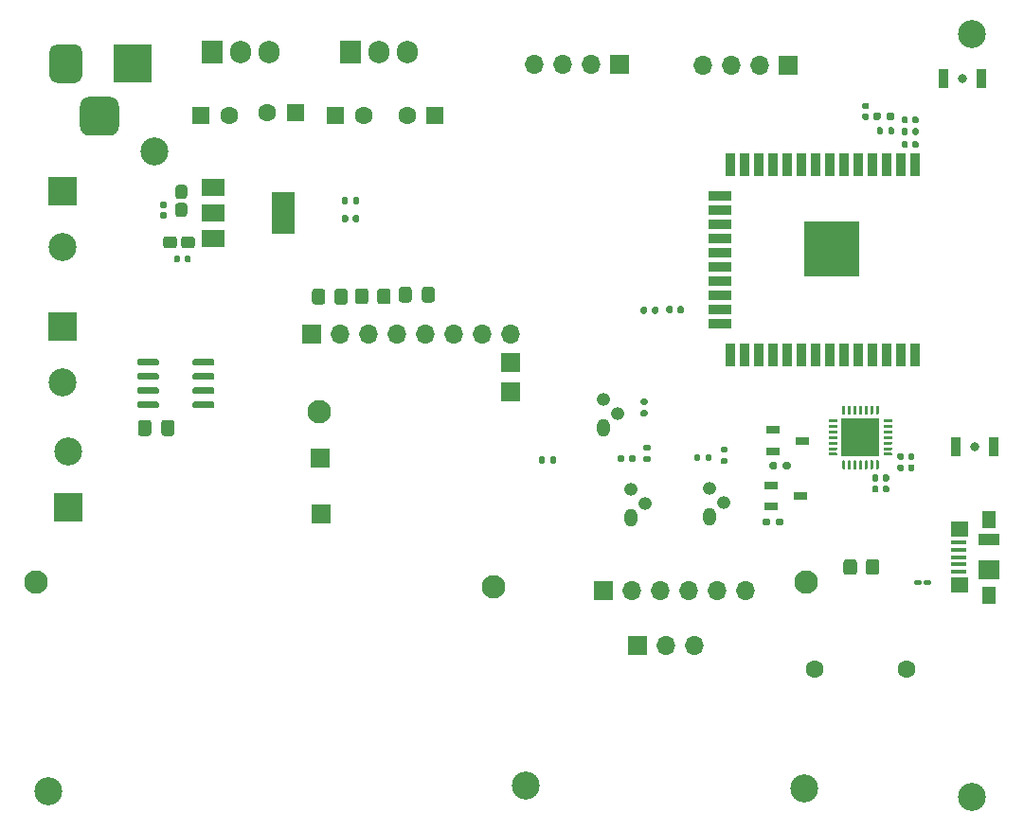
<source format=gbr>
%TF.GenerationSoftware,KiCad,Pcbnew,(5.1.8)-1*%
%TF.CreationDate,2021-07-02T09:49:45+03:00*%
%TF.ProjectId,Automation 101_Agriboard,4175746f-6d61-4746-996f-6e203130315f,rev?*%
%TF.SameCoordinates,Original*%
%TF.FileFunction,Soldermask,Top*%
%TF.FilePolarity,Negative*%
%FSLAX46Y46*%
G04 Gerber Fmt 4.6, Leading zero omitted, Abs format (unit mm)*
G04 Created by KiCad (PCBNEW (5.1.8)-1) date 2021-07-02 09:49:45*
%MOMM*%
%LPD*%
G01*
G04 APERTURE LIST*
%ADD10C,2.100000*%
%ADD11R,1.600000X1.600000*%
%ADD12C,1.600000*%
%ADD13C,2.500000*%
%ADD14R,1.380000X0.450000*%
%ADD15R,1.550000X1.425000*%
%ADD16R,1.300000X1.650000*%
%ADD17R,1.900000X1.800000*%
%ADD18R,1.900000X1.000000*%
%ADD19R,2.500000X2.500000*%
%ADD20R,3.500000X3.500000*%
%ADD21R,1.700000X1.700000*%
%ADD22O,1.700000X1.700000*%
%ADD23R,1.220000X0.650000*%
%ADD24O,1.200000X1.600000*%
%ADD25O,1.200000X1.200000*%
%ADD26R,0.900000X1.700000*%
%ADD27C,0.800000*%
%ADD28O,1.905000X2.000000*%
%ADD29R,1.905000X2.000000*%
%ADD30R,3.350000X3.350000*%
%ADD31R,5.000000X5.000000*%
%ADD32R,0.900000X2.000000*%
%ADD33R,2.000000X0.900000*%
%ADD34R,2.000000X3.800000*%
%ADD35R,2.000000X1.500000*%
G04 APERTURE END LIST*
D10*
%TO.C,REF\u002A\u002A*%
X59100000Y-82890000D03*
%TD*%
%TO.C,REF\u002A\u002A*%
X127890000Y-82910000D03*
%TD*%
%TO.C,REF\u002A\u002A*%
X84370000Y-67650000D03*
%TD*%
%TO.C,REF\u002A\u002A*%
X99980000Y-83330000D03*
%TD*%
%TO.C,C2*%
G36*
G01*
X133070000Y-40030000D02*
X133410000Y-40030000D01*
G75*
G02*
X133550000Y-40170000I0J-140000D01*
G01*
X133550000Y-40450000D01*
G75*
G02*
X133410000Y-40590000I-140000J0D01*
G01*
X133070000Y-40590000D01*
G75*
G02*
X132930000Y-40450000I0J140000D01*
G01*
X132930000Y-40170000D01*
G75*
G02*
X133070000Y-40030000I140000J0D01*
G01*
G37*
G36*
G01*
X133070000Y-40990000D02*
X133410000Y-40990000D01*
G75*
G02*
X133550000Y-41130000I0J-140000D01*
G01*
X133550000Y-41410000D01*
G75*
G02*
X133410000Y-41550000I-140000J0D01*
G01*
X133070000Y-41550000D01*
G75*
G02*
X132930000Y-41410000I0J140000D01*
G01*
X132930000Y-41130000D01*
G75*
G02*
X133070000Y-40990000I140000J0D01*
G01*
G37*
%TD*%
%TO.C,C3*%
G36*
G01*
X137410000Y-43920000D02*
X137410000Y-43580000D01*
G75*
G02*
X137550000Y-43440000I140000J0D01*
G01*
X137830000Y-43440000D01*
G75*
G02*
X137970000Y-43580000I0J-140000D01*
G01*
X137970000Y-43920000D01*
G75*
G02*
X137830000Y-44060000I-140000J0D01*
G01*
X137550000Y-44060000D01*
G75*
G02*
X137410000Y-43920000I0J140000D01*
G01*
G37*
G36*
G01*
X136450000Y-43920000D02*
X136450000Y-43580000D01*
G75*
G02*
X136590000Y-43440000I140000J0D01*
G01*
X136870000Y-43440000D01*
G75*
G02*
X137010000Y-43580000I0J-140000D01*
G01*
X137010000Y-43920000D01*
G75*
G02*
X136870000Y-44060000I-140000J0D01*
G01*
X136590000Y-44060000D01*
G75*
G02*
X136450000Y-43920000I0J140000D01*
G01*
G37*
%TD*%
%TO.C,C4*%
G36*
G01*
X136450000Y-42760000D02*
X136450000Y-42420000D01*
G75*
G02*
X136590000Y-42280000I140000J0D01*
G01*
X136870000Y-42280000D01*
G75*
G02*
X137010000Y-42420000I0J-140000D01*
G01*
X137010000Y-42760000D01*
G75*
G02*
X136870000Y-42900000I-140000J0D01*
G01*
X136590000Y-42900000D01*
G75*
G02*
X136450000Y-42760000I0J140000D01*
G01*
G37*
G36*
G01*
X137410000Y-42760000D02*
X137410000Y-42420000D01*
G75*
G02*
X137550000Y-42280000I140000J0D01*
G01*
X137830000Y-42280000D01*
G75*
G02*
X137970000Y-42420000I0J-140000D01*
G01*
X137970000Y-42760000D01*
G75*
G02*
X137830000Y-42900000I-140000J0D01*
G01*
X137550000Y-42900000D01*
G75*
G02*
X137410000Y-42760000I0J140000D01*
G01*
G37*
%TD*%
%TO.C,C5*%
G36*
G01*
X134780000Y-73750000D02*
X134780000Y-73410000D01*
G75*
G02*
X134920000Y-73270000I140000J0D01*
G01*
X135200000Y-73270000D01*
G75*
G02*
X135340000Y-73410000I0J-140000D01*
G01*
X135340000Y-73750000D01*
G75*
G02*
X135200000Y-73890000I-140000J0D01*
G01*
X134920000Y-73890000D01*
G75*
G02*
X134780000Y-73750000I0J140000D01*
G01*
G37*
G36*
G01*
X133820000Y-73750000D02*
X133820000Y-73410000D01*
G75*
G02*
X133960000Y-73270000I140000J0D01*
G01*
X134240000Y-73270000D01*
G75*
G02*
X134380000Y-73410000I0J-140000D01*
G01*
X134380000Y-73750000D01*
G75*
G02*
X134240000Y-73890000I-140000J0D01*
G01*
X133960000Y-73890000D01*
G75*
G02*
X133820000Y-73750000I0J140000D01*
G01*
G37*
%TD*%
%TO.C,C6*%
G36*
G01*
X134780000Y-74750000D02*
X134780000Y-74410000D01*
G75*
G02*
X134920000Y-74270000I140000J0D01*
G01*
X135200000Y-74270000D01*
G75*
G02*
X135340000Y-74410000I0J-140000D01*
G01*
X135340000Y-74750000D01*
G75*
G02*
X135200000Y-74890000I-140000J0D01*
G01*
X134920000Y-74890000D01*
G75*
G02*
X134780000Y-74750000I0J140000D01*
G01*
G37*
G36*
G01*
X133820000Y-74750000D02*
X133820000Y-74410000D01*
G75*
G02*
X133960000Y-74270000I140000J0D01*
G01*
X134240000Y-74270000D01*
G75*
G02*
X134380000Y-74410000I0J-140000D01*
G01*
X134380000Y-74750000D01*
G75*
G02*
X134240000Y-74890000I-140000J0D01*
G01*
X133960000Y-74890000D01*
G75*
G02*
X133820000Y-74750000I0J140000D01*
G01*
G37*
%TD*%
D11*
%TO.C,C7*%
X73860000Y-41120000D03*
D12*
X76360000Y-41120000D03*
%TD*%
%TO.C,C8*%
G36*
G01*
X137040000Y-72840000D02*
X137040000Y-72500000D01*
G75*
G02*
X137180000Y-72360000I140000J0D01*
G01*
X137460000Y-72360000D01*
G75*
G02*
X137600000Y-72500000I0J-140000D01*
G01*
X137600000Y-72840000D01*
G75*
G02*
X137460000Y-72980000I-140000J0D01*
G01*
X137180000Y-72980000D01*
G75*
G02*
X137040000Y-72840000I0J140000D01*
G01*
G37*
G36*
G01*
X136080000Y-72840000D02*
X136080000Y-72500000D01*
G75*
G02*
X136220000Y-72360000I140000J0D01*
G01*
X136500000Y-72360000D01*
G75*
G02*
X136640000Y-72500000I0J-140000D01*
G01*
X136640000Y-72840000D01*
G75*
G02*
X136500000Y-72980000I-140000J0D01*
G01*
X136220000Y-72980000D01*
G75*
G02*
X136080000Y-72840000I0J140000D01*
G01*
G37*
%TD*%
%TO.C,C9*%
G36*
G01*
X71695000Y-52224999D02*
X71695000Y-52775001D01*
G75*
G02*
X71445001Y-53025000I-249999J0D01*
G01*
X70694999Y-53025000D01*
G75*
G02*
X70445000Y-52775001I0J249999D01*
G01*
X70445000Y-52224999D01*
G75*
G02*
X70694999Y-51975000I249999J0D01*
G01*
X71445001Y-51975000D01*
G75*
G02*
X71695000Y-52224999I0J-249999D01*
G01*
G37*
G36*
G01*
X73295000Y-52224999D02*
X73295000Y-52775001D01*
G75*
G02*
X73045001Y-53025000I-249999J0D01*
G01*
X72294999Y-53025000D01*
G75*
G02*
X72045000Y-52775001I0J249999D01*
G01*
X72045000Y-52224999D01*
G75*
G02*
X72294999Y-51975000I249999J0D01*
G01*
X73045001Y-51975000D01*
G75*
G02*
X73295000Y-52224999I0J-249999D01*
G01*
G37*
%TD*%
%TO.C,C10*%
G36*
G01*
X136080000Y-71830000D02*
X136080000Y-71490000D01*
G75*
G02*
X136220000Y-71350000I140000J0D01*
G01*
X136500000Y-71350000D01*
G75*
G02*
X136640000Y-71490000I0J-140000D01*
G01*
X136640000Y-71830000D01*
G75*
G02*
X136500000Y-71970000I-140000J0D01*
G01*
X136220000Y-71970000D01*
G75*
G02*
X136080000Y-71830000I0J140000D01*
G01*
G37*
G36*
G01*
X137040000Y-71830000D02*
X137040000Y-71490000D01*
G75*
G02*
X137180000Y-71350000I140000J0D01*
G01*
X137460000Y-71350000D01*
G75*
G02*
X137600000Y-71490000I0J-140000D01*
G01*
X137600000Y-71830000D01*
G75*
G02*
X137460000Y-71970000I-140000J0D01*
G01*
X137180000Y-71970000D01*
G75*
G02*
X137040000Y-71830000I0J140000D01*
G01*
G37*
%TD*%
%TO.C,C11*%
G36*
G01*
X136460000Y-41730000D02*
X136460000Y-41390000D01*
G75*
G02*
X136600000Y-41250000I140000J0D01*
G01*
X136880000Y-41250000D01*
G75*
G02*
X137020000Y-41390000I0J-140000D01*
G01*
X137020000Y-41730000D01*
G75*
G02*
X136880000Y-41870000I-140000J0D01*
G01*
X136600000Y-41870000D01*
G75*
G02*
X136460000Y-41730000I0J140000D01*
G01*
G37*
G36*
G01*
X137420000Y-41730000D02*
X137420000Y-41390000D01*
G75*
G02*
X137560000Y-41250000I140000J0D01*
G01*
X137840000Y-41250000D01*
G75*
G02*
X137980000Y-41390000I0J-140000D01*
G01*
X137980000Y-41730000D01*
G75*
G02*
X137840000Y-41870000I-140000J0D01*
G01*
X137560000Y-41870000D01*
G75*
G02*
X137420000Y-41730000I0J140000D01*
G01*
G37*
%TD*%
%TO.C,C12*%
G36*
G01*
X72930000Y-53830000D02*
X72930000Y-54170000D01*
G75*
G02*
X72790000Y-54310000I-140000J0D01*
G01*
X72510000Y-54310000D01*
G75*
G02*
X72370000Y-54170000I0J140000D01*
G01*
X72370000Y-53830000D01*
G75*
G02*
X72510000Y-53690000I140000J0D01*
G01*
X72790000Y-53690000D01*
G75*
G02*
X72930000Y-53830000I0J-140000D01*
G01*
G37*
G36*
G01*
X71970000Y-53830000D02*
X71970000Y-54170000D01*
G75*
G02*
X71830000Y-54310000I-140000J0D01*
G01*
X71550000Y-54310000D01*
G75*
G02*
X71410000Y-54170000I0J140000D01*
G01*
X71410000Y-53830000D01*
G75*
G02*
X71550000Y-53690000I140000J0D01*
G01*
X71830000Y-53690000D01*
G75*
G02*
X71970000Y-53830000I0J-140000D01*
G01*
G37*
%TD*%
%TO.C,C13*%
X79760000Y-40920000D03*
D11*
X82260000Y-40920000D03*
%TD*%
%TO.C,C14*%
G36*
G01*
X72345001Y-50225000D02*
X71794999Y-50225000D01*
G75*
G02*
X71545000Y-49975001I0J249999D01*
G01*
X71545000Y-49224999D01*
G75*
G02*
X71794999Y-48975000I249999J0D01*
G01*
X72345001Y-48975000D01*
G75*
G02*
X72595000Y-49224999I0J-249999D01*
G01*
X72595000Y-49975001D01*
G75*
G02*
X72345001Y-50225000I-249999J0D01*
G01*
G37*
G36*
G01*
X72345001Y-48625000D02*
X71794999Y-48625000D01*
G75*
G02*
X71545000Y-48375001I0J249999D01*
G01*
X71545000Y-47624999D01*
G75*
G02*
X71794999Y-47375000I249999J0D01*
G01*
X72345001Y-47375000D01*
G75*
G02*
X72595000Y-47624999I0J-249999D01*
G01*
X72595000Y-48375001D01*
G75*
G02*
X72345001Y-48625000I-249999J0D01*
G01*
G37*
%TD*%
%TO.C,C15*%
G36*
G01*
X70640000Y-49420000D02*
X70300000Y-49420000D01*
G75*
G02*
X70160000Y-49280000I0J140000D01*
G01*
X70160000Y-49000000D01*
G75*
G02*
X70300000Y-48860000I140000J0D01*
G01*
X70640000Y-48860000D01*
G75*
G02*
X70780000Y-49000000I0J-140000D01*
G01*
X70780000Y-49280000D01*
G75*
G02*
X70640000Y-49420000I-140000J0D01*
G01*
G37*
G36*
G01*
X70640000Y-50380000D02*
X70300000Y-50380000D01*
G75*
G02*
X70160000Y-50240000I0J140000D01*
G01*
X70160000Y-49960000D01*
G75*
G02*
X70300000Y-49820000I140000J0D01*
G01*
X70640000Y-49820000D01*
G75*
G02*
X70780000Y-49960000I0J-140000D01*
G01*
X70780000Y-50240000D01*
G75*
G02*
X70640000Y-50380000I-140000J0D01*
G01*
G37*
%TD*%
%TO.C,C16*%
X85860000Y-41120000D03*
D12*
X88360000Y-41120000D03*
%TD*%
%TO.C,C17*%
X92260000Y-41120000D03*
D11*
X94760000Y-41120000D03*
%TD*%
%TO.C,D1*%
G36*
G01*
X87010000Y-50217500D02*
X87010000Y-50562500D01*
G75*
G02*
X86862500Y-50710000I-147500J0D01*
G01*
X86567500Y-50710000D01*
G75*
G02*
X86420000Y-50562500I0J147500D01*
G01*
X86420000Y-50217500D01*
G75*
G02*
X86567500Y-50070000I147500J0D01*
G01*
X86862500Y-50070000D01*
G75*
G02*
X87010000Y-50217500I0J-147500D01*
G01*
G37*
G36*
G01*
X87980000Y-50217500D02*
X87980000Y-50562500D01*
G75*
G02*
X87832500Y-50710000I-147500J0D01*
G01*
X87537500Y-50710000D01*
G75*
G02*
X87390000Y-50562500I0J147500D01*
G01*
X87390000Y-50217500D01*
G75*
G02*
X87537500Y-50070000I147500J0D01*
G01*
X87832500Y-50070000D01*
G75*
G02*
X87980000Y-50217500I0J-147500D01*
G01*
G37*
%TD*%
%TO.C,D2*%
G36*
G01*
X115430000Y-58702500D02*
X115430000Y-58357500D01*
G75*
G02*
X115577500Y-58210000I147500J0D01*
G01*
X115872500Y-58210000D01*
G75*
G02*
X116020000Y-58357500I0J-147500D01*
G01*
X116020000Y-58702500D01*
G75*
G02*
X115872500Y-58850000I-147500J0D01*
G01*
X115577500Y-58850000D01*
G75*
G02*
X115430000Y-58702500I0J147500D01*
G01*
G37*
G36*
G01*
X116400000Y-58702500D02*
X116400000Y-58357500D01*
G75*
G02*
X116547500Y-58210000I147500J0D01*
G01*
X116842500Y-58210000D01*
G75*
G02*
X116990000Y-58357500I0J-147500D01*
G01*
X116990000Y-58702500D01*
G75*
G02*
X116842500Y-58850000I-147500J0D01*
G01*
X116547500Y-58850000D01*
G75*
G02*
X116400000Y-58702500I0J147500D01*
G01*
G37*
%TD*%
%TO.C,D3*%
G36*
G01*
X137615000Y-83020000D02*
X137615000Y-82820000D01*
G75*
G02*
X137715000Y-82720000I100000J0D01*
G01*
X138150000Y-82720000D01*
G75*
G02*
X138250000Y-82820000I0J-100000D01*
G01*
X138250000Y-83020000D01*
G75*
G02*
X138150000Y-83120000I-100000J0D01*
G01*
X137715000Y-83120000D01*
G75*
G02*
X137615000Y-83020000I0J100000D01*
G01*
G37*
G36*
G01*
X138430000Y-83020000D02*
X138430000Y-82820000D01*
G75*
G02*
X138530000Y-82720000I100000J0D01*
G01*
X138965000Y-82720000D01*
G75*
G02*
X139065000Y-82820000I0J-100000D01*
G01*
X139065000Y-83020000D01*
G75*
G02*
X138965000Y-83120000I-100000J0D01*
G01*
X138530000Y-83120000D01*
G75*
G02*
X138430000Y-83020000I0J100000D01*
G01*
G37*
%TD*%
%TO.C,D4*%
G36*
G01*
X94725000Y-56739999D02*
X94725000Y-57640001D01*
G75*
G02*
X94475001Y-57890000I-249999J0D01*
G01*
X93824999Y-57890000D01*
G75*
G02*
X93575000Y-57640001I0J249999D01*
G01*
X93575000Y-56739999D01*
G75*
G02*
X93824999Y-56490000I249999J0D01*
G01*
X94475001Y-56490000D01*
G75*
G02*
X94725000Y-56739999I0J-249999D01*
G01*
G37*
G36*
G01*
X92675000Y-56739999D02*
X92675000Y-57640001D01*
G75*
G02*
X92425001Y-57890000I-249999J0D01*
G01*
X91774999Y-57890000D01*
G75*
G02*
X91525000Y-57640001I0J249999D01*
G01*
X91525000Y-56739999D01*
G75*
G02*
X91774999Y-56490000I249999J0D01*
G01*
X92425001Y-56490000D01*
G75*
G02*
X92675000Y-56739999I0J-249999D01*
G01*
G37*
%TD*%
D13*
%TO.C,H1*%
X127740000Y-101320000D03*
%TD*%
%TO.C,H2*%
X102840000Y-101110000D03*
%TD*%
%TO.C,H5*%
X69710000Y-44370000D03*
%TD*%
%TO.C,H6*%
X142700000Y-33860000D03*
%TD*%
%TO.C,H7*%
X60180000Y-101580000D03*
%TD*%
%TO.C,H8*%
X142770000Y-102140000D03*
%TD*%
D14*
%TO.C,J1*%
X141590000Y-81970000D03*
X141590000Y-81320000D03*
X141590000Y-80670000D03*
X141590000Y-80020000D03*
X141590000Y-79370000D03*
D15*
X141675000Y-83157500D03*
X141675000Y-78182500D03*
D16*
X144250000Y-84045000D03*
X144250000Y-77295000D03*
D17*
X144250000Y-81820000D03*
D18*
X144250000Y-79120000D03*
%TD*%
D13*
%TO.C,J2*%
X61470000Y-52900000D03*
D19*
X61470000Y-47900000D03*
%TD*%
D20*
%TO.C,J3*%
X67760000Y-36520000D03*
G36*
G01*
X60260000Y-37520000D02*
X60260000Y-35520000D01*
G75*
G02*
X61010000Y-34770000I750000J0D01*
G01*
X62510000Y-34770000D01*
G75*
G02*
X63260000Y-35520000I0J-750000D01*
G01*
X63260000Y-37520000D01*
G75*
G02*
X62510000Y-38270000I-750000J0D01*
G01*
X61010000Y-38270000D01*
G75*
G02*
X60260000Y-37520000I0J750000D01*
G01*
G37*
G36*
G01*
X63010000Y-42095000D02*
X63010000Y-40345000D01*
G75*
G02*
X63885000Y-39470000I875000J0D01*
G01*
X65635000Y-39470000D01*
G75*
G02*
X66510000Y-40345000I0J-875000D01*
G01*
X66510000Y-42095000D01*
G75*
G02*
X65635000Y-42970000I-875000J0D01*
G01*
X63885000Y-42970000D01*
G75*
G02*
X63010000Y-42095000I0J875000D01*
G01*
G37*
%TD*%
D21*
%TO.C,J4*%
X126300000Y-36650000D03*
D22*
X123760000Y-36650000D03*
X121220000Y-36650000D03*
X118680000Y-36650000D03*
%TD*%
D19*
%TO.C,J5*%
X61970000Y-76200000D03*
D13*
X61970000Y-71200000D03*
%TD*%
D22*
%TO.C,J6*%
X103620000Y-36610000D03*
X106160000Y-36610000D03*
X108700000Y-36610000D03*
D21*
X111240000Y-36610000D03*
%TD*%
%TO.C,J7*%
X112830000Y-88560000D03*
D22*
X115370000Y-88560000D03*
X117910000Y-88560000D03*
%TD*%
D21*
%TO.C,J8*%
X109810000Y-83690000D03*
D22*
X112350000Y-83690000D03*
X114890000Y-83690000D03*
X117430000Y-83690000D03*
X119970000Y-83690000D03*
X122510000Y-83690000D03*
%TD*%
D21*
%TO.C,J9*%
X83760000Y-60740000D03*
D22*
X86300000Y-60740000D03*
X88840000Y-60740000D03*
X91380000Y-60740000D03*
X93920000Y-60740000D03*
X96460000Y-60740000D03*
X99000000Y-60740000D03*
X101540000Y-60740000D03*
%TD*%
D21*
%TO.C,J10*%
X84580000Y-76810000D03*
%TD*%
%TO.C,J11*%
X84500000Y-71790000D03*
%TD*%
%TO.C,J12*%
X101500000Y-65860000D03*
%TD*%
%TO.C,J13*%
X101500000Y-63260000D03*
%TD*%
D19*
%TO.C,J14*%
X61470000Y-60000000D03*
D13*
X61470000Y-65000000D03*
%TD*%
D23*
%TO.C,Q1*%
X127560000Y-70250000D03*
X124940000Y-71200000D03*
X124940000Y-69300000D03*
%TD*%
%TO.C,Q2*%
X124810000Y-74250000D03*
X124810000Y-76150000D03*
X127430000Y-75200000D03*
%TD*%
D24*
%TO.C,Q3*%
X119290000Y-77060000D03*
D25*
X120560000Y-75790000D03*
X119290000Y-74520000D03*
%TD*%
D24*
%TO.C,Q4*%
X112290000Y-77100000D03*
D25*
X113560000Y-75830000D03*
X112290000Y-74560000D03*
%TD*%
%TO.C,Q5*%
X109820000Y-66510000D03*
X111090000Y-67780000D03*
D24*
X109820000Y-69050000D03*
%TD*%
%TO.C,R1*%
G36*
G01*
X133907500Y-41390000D02*
X133907500Y-41070000D01*
G75*
G02*
X134067500Y-40910000I160000J0D01*
G01*
X134462500Y-40910000D01*
G75*
G02*
X134622500Y-41070000I0J-160000D01*
G01*
X134622500Y-41390000D01*
G75*
G02*
X134462500Y-41550000I-160000J0D01*
G01*
X134067500Y-41550000D01*
G75*
G02*
X133907500Y-41390000I0J160000D01*
G01*
G37*
G36*
G01*
X135102500Y-41390000D02*
X135102500Y-41070000D01*
G75*
G02*
X135262500Y-40910000I160000J0D01*
G01*
X135657500Y-40910000D01*
G75*
G02*
X135817500Y-41070000I0J-160000D01*
G01*
X135817500Y-41390000D01*
G75*
G02*
X135657500Y-41550000I-160000J0D01*
G01*
X135262500Y-41550000D01*
G75*
G02*
X135102500Y-41390000I0J160000D01*
G01*
G37*
%TD*%
%TO.C,R2*%
G36*
G01*
X135800000Y-42345000D02*
X135800000Y-42715000D01*
G75*
G02*
X135665000Y-42850000I-135000J0D01*
G01*
X135395000Y-42850000D01*
G75*
G02*
X135260000Y-42715000I0J135000D01*
G01*
X135260000Y-42345000D01*
G75*
G02*
X135395000Y-42210000I135000J0D01*
G01*
X135665000Y-42210000D01*
G75*
G02*
X135800000Y-42345000I0J-135000D01*
G01*
G37*
G36*
G01*
X134780000Y-42345000D02*
X134780000Y-42715000D01*
G75*
G02*
X134645000Y-42850000I-135000J0D01*
G01*
X134375000Y-42850000D01*
G75*
G02*
X134240000Y-42715000I0J135000D01*
G01*
X134240000Y-42345000D01*
G75*
G02*
X134375000Y-42210000I135000J0D01*
G01*
X134645000Y-42210000D01*
G75*
G02*
X134780000Y-42345000I0J-135000D01*
G01*
G37*
%TD*%
%TO.C,R3*%
G36*
G01*
X87430000Y-48975000D02*
X87430000Y-48605000D01*
G75*
G02*
X87565000Y-48470000I135000J0D01*
G01*
X87835000Y-48470000D01*
G75*
G02*
X87970000Y-48605000I0J-135000D01*
G01*
X87970000Y-48975000D01*
G75*
G02*
X87835000Y-49110000I-135000J0D01*
G01*
X87565000Y-49110000D01*
G75*
G02*
X87430000Y-48975000I0J135000D01*
G01*
G37*
G36*
G01*
X86410000Y-48975000D02*
X86410000Y-48605000D01*
G75*
G02*
X86545000Y-48470000I135000J0D01*
G01*
X86815000Y-48470000D01*
G75*
G02*
X86950000Y-48605000I0J-135000D01*
G01*
X86950000Y-48975000D01*
G75*
G02*
X86815000Y-49110000I-135000J0D01*
G01*
X86545000Y-49110000D01*
G75*
G02*
X86410000Y-48975000I0J135000D01*
G01*
G37*
%TD*%
%TO.C,R4*%
G36*
G01*
X114160000Y-58765000D02*
X114160000Y-58395000D01*
G75*
G02*
X114295000Y-58260000I135000J0D01*
G01*
X114565000Y-58260000D01*
G75*
G02*
X114700000Y-58395000I0J-135000D01*
G01*
X114700000Y-58765000D01*
G75*
G02*
X114565000Y-58900000I-135000J0D01*
G01*
X114295000Y-58900000D01*
G75*
G02*
X114160000Y-58765000I0J135000D01*
G01*
G37*
G36*
G01*
X113140000Y-58765000D02*
X113140000Y-58395000D01*
G75*
G02*
X113275000Y-58260000I135000J0D01*
G01*
X113545000Y-58260000D01*
G75*
G02*
X113680000Y-58395000I0J-135000D01*
G01*
X113680000Y-58765000D01*
G75*
G02*
X113545000Y-58900000I-135000J0D01*
G01*
X113275000Y-58900000D01*
G75*
G02*
X113140000Y-58765000I0J135000D01*
G01*
G37*
%TD*%
%TO.C,R5*%
G36*
G01*
X125817500Y-72640000D02*
X125817500Y-72320000D01*
G75*
G02*
X125977500Y-72160000I160000J0D01*
G01*
X126372500Y-72160000D01*
G75*
G02*
X126532500Y-72320000I0J-160000D01*
G01*
X126532500Y-72640000D01*
G75*
G02*
X126372500Y-72800000I-160000J0D01*
G01*
X125977500Y-72800000D01*
G75*
G02*
X125817500Y-72640000I0J160000D01*
G01*
G37*
G36*
G01*
X124622500Y-72640000D02*
X124622500Y-72320000D01*
G75*
G02*
X124782500Y-72160000I160000J0D01*
G01*
X125177500Y-72160000D01*
G75*
G02*
X125337500Y-72320000I0J-160000D01*
G01*
X125337500Y-72640000D01*
G75*
G02*
X125177500Y-72800000I-160000J0D01*
G01*
X124782500Y-72800000D01*
G75*
G02*
X124622500Y-72640000I0J160000D01*
G01*
G37*
%TD*%
%TO.C,R6*%
G36*
G01*
X125897500Y-77350000D02*
X125897500Y-77670000D01*
G75*
G02*
X125737500Y-77830000I-160000J0D01*
G01*
X125342500Y-77830000D01*
G75*
G02*
X125182500Y-77670000I0J160000D01*
G01*
X125182500Y-77350000D01*
G75*
G02*
X125342500Y-77190000I160000J0D01*
G01*
X125737500Y-77190000D01*
G75*
G02*
X125897500Y-77350000I0J-160000D01*
G01*
G37*
G36*
G01*
X124702500Y-77350000D02*
X124702500Y-77670000D01*
G75*
G02*
X124542500Y-77830000I-160000J0D01*
G01*
X124147500Y-77830000D01*
G75*
G02*
X123987500Y-77670000I0J160000D01*
G01*
X123987500Y-77350000D01*
G75*
G02*
X124147500Y-77190000I160000J0D01*
G01*
X124542500Y-77190000D01*
G75*
G02*
X124702500Y-77350000I0J-160000D01*
G01*
G37*
%TD*%
%TO.C,R7*%
G36*
G01*
X120775000Y-71310000D02*
X120405000Y-71310000D01*
G75*
G02*
X120270000Y-71175000I0J135000D01*
G01*
X120270000Y-70905000D01*
G75*
G02*
X120405000Y-70770000I135000J0D01*
G01*
X120775000Y-70770000D01*
G75*
G02*
X120910000Y-70905000I0J-135000D01*
G01*
X120910000Y-71175000D01*
G75*
G02*
X120775000Y-71310000I-135000J0D01*
G01*
G37*
G36*
G01*
X120775000Y-72330000D02*
X120405000Y-72330000D01*
G75*
G02*
X120270000Y-72195000I0J135000D01*
G01*
X120270000Y-71925000D01*
G75*
G02*
X120405000Y-71790000I135000J0D01*
G01*
X120775000Y-71790000D01*
G75*
G02*
X120910000Y-71925000I0J-135000D01*
G01*
X120910000Y-72195000D01*
G75*
G02*
X120775000Y-72330000I-135000J0D01*
G01*
G37*
%TD*%
%TO.C,R8*%
G36*
G01*
X117920000Y-71945000D02*
X117920000Y-71575000D01*
G75*
G02*
X118055000Y-71440000I135000J0D01*
G01*
X118325000Y-71440000D01*
G75*
G02*
X118460000Y-71575000I0J-135000D01*
G01*
X118460000Y-71945000D01*
G75*
G02*
X118325000Y-72080000I-135000J0D01*
G01*
X118055000Y-72080000D01*
G75*
G02*
X117920000Y-71945000I0J135000D01*
G01*
G37*
G36*
G01*
X118940000Y-71945000D02*
X118940000Y-71575000D01*
G75*
G02*
X119075000Y-71440000I135000J0D01*
G01*
X119345000Y-71440000D01*
G75*
G02*
X119480000Y-71575000I0J-135000D01*
G01*
X119480000Y-71945000D01*
G75*
G02*
X119345000Y-72080000I-135000J0D01*
G01*
X119075000Y-72080000D01*
G75*
G02*
X118940000Y-71945000I0J135000D01*
G01*
G37*
%TD*%
%TO.C,R9*%
G36*
G01*
X113875000Y-71130000D02*
X113505000Y-71130000D01*
G75*
G02*
X113370000Y-70995000I0J135000D01*
G01*
X113370000Y-70725000D01*
G75*
G02*
X113505000Y-70590000I135000J0D01*
G01*
X113875000Y-70590000D01*
G75*
G02*
X114010000Y-70725000I0J-135000D01*
G01*
X114010000Y-70995000D01*
G75*
G02*
X113875000Y-71130000I-135000J0D01*
G01*
G37*
G36*
G01*
X113875000Y-72150000D02*
X113505000Y-72150000D01*
G75*
G02*
X113370000Y-72015000I0J135000D01*
G01*
X113370000Y-71745000D01*
G75*
G02*
X113505000Y-71610000I135000J0D01*
G01*
X113875000Y-71610000D01*
G75*
G02*
X114010000Y-71745000I0J-135000D01*
G01*
X114010000Y-72015000D01*
G75*
G02*
X113875000Y-72150000I-135000J0D01*
G01*
G37*
%TD*%
%TO.C,R10*%
G36*
G01*
X111100000Y-72045000D02*
X111100000Y-71675000D01*
G75*
G02*
X111235000Y-71540000I135000J0D01*
G01*
X111505000Y-71540000D01*
G75*
G02*
X111640000Y-71675000I0J-135000D01*
G01*
X111640000Y-72045000D01*
G75*
G02*
X111505000Y-72180000I-135000J0D01*
G01*
X111235000Y-72180000D01*
G75*
G02*
X111100000Y-72045000I0J135000D01*
G01*
G37*
G36*
G01*
X112120000Y-72045000D02*
X112120000Y-71675000D01*
G75*
G02*
X112255000Y-71540000I135000J0D01*
G01*
X112525000Y-71540000D01*
G75*
G02*
X112660000Y-71675000I0J-135000D01*
G01*
X112660000Y-72045000D01*
G75*
G02*
X112525000Y-72180000I-135000J0D01*
G01*
X112255000Y-72180000D01*
G75*
G02*
X112120000Y-72045000I0J135000D01*
G01*
G37*
%TD*%
%TO.C,R11*%
G36*
G01*
X113625000Y-68060000D02*
X113255000Y-68060000D01*
G75*
G02*
X113120000Y-67925000I0J135000D01*
G01*
X113120000Y-67655000D01*
G75*
G02*
X113255000Y-67520000I135000J0D01*
G01*
X113625000Y-67520000D01*
G75*
G02*
X113760000Y-67655000I0J-135000D01*
G01*
X113760000Y-67925000D01*
G75*
G02*
X113625000Y-68060000I-135000J0D01*
G01*
G37*
G36*
G01*
X113625000Y-67040000D02*
X113255000Y-67040000D01*
G75*
G02*
X113120000Y-66905000I0J135000D01*
G01*
X113120000Y-66635000D01*
G75*
G02*
X113255000Y-66500000I135000J0D01*
G01*
X113625000Y-66500000D01*
G75*
G02*
X113760000Y-66635000I0J-135000D01*
G01*
X113760000Y-66905000D01*
G75*
G02*
X113625000Y-67040000I-135000J0D01*
G01*
G37*
%TD*%
%TO.C,R12*%
G36*
G01*
X131260000Y-82000001D02*
X131260000Y-81099999D01*
G75*
G02*
X131509999Y-80850000I249999J0D01*
G01*
X132210001Y-80850000D01*
G75*
G02*
X132460000Y-81099999I0J-249999D01*
G01*
X132460000Y-82000001D01*
G75*
G02*
X132210001Y-82250000I-249999J0D01*
G01*
X131509999Y-82250000D01*
G75*
G02*
X131260000Y-82000001I0J249999D01*
G01*
G37*
G36*
G01*
X133260000Y-82000001D02*
X133260000Y-81099999D01*
G75*
G02*
X133509999Y-80850000I249999J0D01*
G01*
X134210001Y-80850000D01*
G75*
G02*
X134460000Y-81099999I0J-249999D01*
G01*
X134460000Y-82000001D01*
G75*
G02*
X134210001Y-82250000I-249999J0D01*
G01*
X133509999Y-82250000D01*
G75*
G02*
X133260000Y-82000001I0J249999D01*
G01*
G37*
%TD*%
D12*
%TO.C,R13*%
X128720000Y-90710000D03*
X136920000Y-90710000D03*
%TD*%
%TO.C,R14*%
G36*
G01*
X104010000Y-72145000D02*
X104010000Y-71775000D01*
G75*
G02*
X104145000Y-71640000I135000J0D01*
G01*
X104415000Y-71640000D01*
G75*
G02*
X104550000Y-71775000I0J-135000D01*
G01*
X104550000Y-72145000D01*
G75*
G02*
X104415000Y-72280000I-135000J0D01*
G01*
X104145000Y-72280000D01*
G75*
G02*
X104010000Y-72145000I0J135000D01*
G01*
G37*
G36*
G01*
X105030000Y-72145000D02*
X105030000Y-71775000D01*
G75*
G02*
X105165000Y-71640000I135000J0D01*
G01*
X105435000Y-71640000D01*
G75*
G02*
X105570000Y-71775000I0J-135000D01*
G01*
X105570000Y-72145000D01*
G75*
G02*
X105435000Y-72280000I-135000J0D01*
G01*
X105165000Y-72280000D01*
G75*
G02*
X105030000Y-72145000I0J135000D01*
G01*
G37*
%TD*%
%TO.C,R15*%
G36*
G01*
X85750000Y-57810001D02*
X85750000Y-56909999D01*
G75*
G02*
X85999999Y-56660000I249999J0D01*
G01*
X86700001Y-56660000D01*
G75*
G02*
X86950000Y-56909999I0J-249999D01*
G01*
X86950000Y-57810001D01*
G75*
G02*
X86700001Y-58060000I-249999J0D01*
G01*
X85999999Y-58060000D01*
G75*
G02*
X85750000Y-57810001I0J249999D01*
G01*
G37*
G36*
G01*
X83750000Y-57810001D02*
X83750000Y-56909999D01*
G75*
G02*
X83999999Y-56660000I249999J0D01*
G01*
X84700001Y-56660000D01*
G75*
G02*
X84950000Y-56909999I0J-249999D01*
G01*
X84950000Y-57810001D01*
G75*
G02*
X84700001Y-58060000I-249999J0D01*
G01*
X83999999Y-58060000D01*
G75*
G02*
X83750000Y-57810001I0J249999D01*
G01*
G37*
%TD*%
%TO.C,R16*%
G36*
G01*
X87590000Y-57780001D02*
X87590000Y-56879999D01*
G75*
G02*
X87839999Y-56630000I249999J0D01*
G01*
X88540001Y-56630000D01*
G75*
G02*
X88790000Y-56879999I0J-249999D01*
G01*
X88790000Y-57780001D01*
G75*
G02*
X88540001Y-58030000I-249999J0D01*
G01*
X87839999Y-58030000D01*
G75*
G02*
X87590000Y-57780001I0J249999D01*
G01*
G37*
G36*
G01*
X89590000Y-57780001D02*
X89590000Y-56879999D01*
G75*
G02*
X89839999Y-56630000I249999J0D01*
G01*
X90540001Y-56630000D01*
G75*
G02*
X90790000Y-56879999I0J-249999D01*
G01*
X90790000Y-57780001D01*
G75*
G02*
X90540001Y-58030000I-249999J0D01*
G01*
X89839999Y-58030000D01*
G75*
G02*
X89590000Y-57780001I0J249999D01*
G01*
G37*
%TD*%
D26*
%TO.C,SW2*%
X143620000Y-37840000D03*
X140220000Y-37840000D03*
D27*
X141920000Y-37840000D03*
%TD*%
%TO.C,SW3*%
X142990000Y-70760000D03*
D26*
X144690000Y-70760000D03*
X141290000Y-70760000D03*
%TD*%
D28*
%TO.C,U1*%
X79940000Y-35520000D03*
X77400000Y-35520000D03*
D29*
X74860000Y-35520000D03*
%TD*%
%TO.C,U2*%
G36*
G01*
X131342500Y-72810000D02*
X131217500Y-72810000D01*
G75*
G02*
X131155000Y-72747500I0J62500D01*
G01*
X131155000Y-72072500D01*
G75*
G02*
X131217500Y-72010000I62500J0D01*
G01*
X131342500Y-72010000D01*
G75*
G02*
X131405000Y-72072500I0J-62500D01*
G01*
X131405000Y-72747500D01*
G75*
G02*
X131342500Y-72810000I-62500J0D01*
G01*
G37*
G36*
G01*
X131842500Y-72810000D02*
X131717500Y-72810000D01*
G75*
G02*
X131655000Y-72747500I0J62500D01*
G01*
X131655000Y-72072500D01*
G75*
G02*
X131717500Y-72010000I62500J0D01*
G01*
X131842500Y-72010000D01*
G75*
G02*
X131905000Y-72072500I0J-62500D01*
G01*
X131905000Y-72747500D01*
G75*
G02*
X131842500Y-72810000I-62500J0D01*
G01*
G37*
G36*
G01*
X132342500Y-72810000D02*
X132217500Y-72810000D01*
G75*
G02*
X132155000Y-72747500I0J62500D01*
G01*
X132155000Y-72072500D01*
G75*
G02*
X132217500Y-72010000I62500J0D01*
G01*
X132342500Y-72010000D01*
G75*
G02*
X132405000Y-72072500I0J-62500D01*
G01*
X132405000Y-72747500D01*
G75*
G02*
X132342500Y-72810000I-62500J0D01*
G01*
G37*
G36*
G01*
X132842500Y-72810000D02*
X132717500Y-72810000D01*
G75*
G02*
X132655000Y-72747500I0J62500D01*
G01*
X132655000Y-72072500D01*
G75*
G02*
X132717500Y-72010000I62500J0D01*
G01*
X132842500Y-72010000D01*
G75*
G02*
X132905000Y-72072500I0J-62500D01*
G01*
X132905000Y-72747500D01*
G75*
G02*
X132842500Y-72810000I-62500J0D01*
G01*
G37*
G36*
G01*
X133342500Y-72810000D02*
X133217500Y-72810000D01*
G75*
G02*
X133155000Y-72747500I0J62500D01*
G01*
X133155000Y-72072500D01*
G75*
G02*
X133217500Y-72010000I62500J0D01*
G01*
X133342500Y-72010000D01*
G75*
G02*
X133405000Y-72072500I0J-62500D01*
G01*
X133405000Y-72747500D01*
G75*
G02*
X133342500Y-72810000I-62500J0D01*
G01*
G37*
G36*
G01*
X133842500Y-72810000D02*
X133717500Y-72810000D01*
G75*
G02*
X133655000Y-72747500I0J62500D01*
G01*
X133655000Y-72072500D01*
G75*
G02*
X133717500Y-72010000I62500J0D01*
G01*
X133842500Y-72010000D01*
G75*
G02*
X133905000Y-72072500I0J-62500D01*
G01*
X133905000Y-72747500D01*
G75*
G02*
X133842500Y-72810000I-62500J0D01*
G01*
G37*
G36*
G01*
X134342500Y-72810000D02*
X134217500Y-72810000D01*
G75*
G02*
X134155000Y-72747500I0J62500D01*
G01*
X134155000Y-72072500D01*
G75*
G02*
X134217500Y-72010000I62500J0D01*
G01*
X134342500Y-72010000D01*
G75*
G02*
X134405000Y-72072500I0J-62500D01*
G01*
X134405000Y-72747500D01*
G75*
G02*
X134342500Y-72810000I-62500J0D01*
G01*
G37*
G36*
G01*
X135567500Y-71585000D02*
X134892500Y-71585000D01*
G75*
G02*
X134830000Y-71522500I0J62500D01*
G01*
X134830000Y-71397500D01*
G75*
G02*
X134892500Y-71335000I62500J0D01*
G01*
X135567500Y-71335000D01*
G75*
G02*
X135630000Y-71397500I0J-62500D01*
G01*
X135630000Y-71522500D01*
G75*
G02*
X135567500Y-71585000I-62500J0D01*
G01*
G37*
G36*
G01*
X135567500Y-71085000D02*
X134892500Y-71085000D01*
G75*
G02*
X134830000Y-71022500I0J62500D01*
G01*
X134830000Y-70897500D01*
G75*
G02*
X134892500Y-70835000I62500J0D01*
G01*
X135567500Y-70835000D01*
G75*
G02*
X135630000Y-70897500I0J-62500D01*
G01*
X135630000Y-71022500D01*
G75*
G02*
X135567500Y-71085000I-62500J0D01*
G01*
G37*
G36*
G01*
X135567500Y-70585000D02*
X134892500Y-70585000D01*
G75*
G02*
X134830000Y-70522500I0J62500D01*
G01*
X134830000Y-70397500D01*
G75*
G02*
X134892500Y-70335000I62500J0D01*
G01*
X135567500Y-70335000D01*
G75*
G02*
X135630000Y-70397500I0J-62500D01*
G01*
X135630000Y-70522500D01*
G75*
G02*
X135567500Y-70585000I-62500J0D01*
G01*
G37*
G36*
G01*
X135567500Y-70085000D02*
X134892500Y-70085000D01*
G75*
G02*
X134830000Y-70022500I0J62500D01*
G01*
X134830000Y-69897500D01*
G75*
G02*
X134892500Y-69835000I62500J0D01*
G01*
X135567500Y-69835000D01*
G75*
G02*
X135630000Y-69897500I0J-62500D01*
G01*
X135630000Y-70022500D01*
G75*
G02*
X135567500Y-70085000I-62500J0D01*
G01*
G37*
G36*
G01*
X135567500Y-69585000D02*
X134892500Y-69585000D01*
G75*
G02*
X134830000Y-69522500I0J62500D01*
G01*
X134830000Y-69397500D01*
G75*
G02*
X134892500Y-69335000I62500J0D01*
G01*
X135567500Y-69335000D01*
G75*
G02*
X135630000Y-69397500I0J-62500D01*
G01*
X135630000Y-69522500D01*
G75*
G02*
X135567500Y-69585000I-62500J0D01*
G01*
G37*
G36*
G01*
X135567500Y-69085000D02*
X134892500Y-69085000D01*
G75*
G02*
X134830000Y-69022500I0J62500D01*
G01*
X134830000Y-68897500D01*
G75*
G02*
X134892500Y-68835000I62500J0D01*
G01*
X135567500Y-68835000D01*
G75*
G02*
X135630000Y-68897500I0J-62500D01*
G01*
X135630000Y-69022500D01*
G75*
G02*
X135567500Y-69085000I-62500J0D01*
G01*
G37*
G36*
G01*
X135567500Y-68585000D02*
X134892500Y-68585000D01*
G75*
G02*
X134830000Y-68522500I0J62500D01*
G01*
X134830000Y-68397500D01*
G75*
G02*
X134892500Y-68335000I62500J0D01*
G01*
X135567500Y-68335000D01*
G75*
G02*
X135630000Y-68397500I0J-62500D01*
G01*
X135630000Y-68522500D01*
G75*
G02*
X135567500Y-68585000I-62500J0D01*
G01*
G37*
G36*
G01*
X134342500Y-67910000D02*
X134217500Y-67910000D01*
G75*
G02*
X134155000Y-67847500I0J62500D01*
G01*
X134155000Y-67172500D01*
G75*
G02*
X134217500Y-67110000I62500J0D01*
G01*
X134342500Y-67110000D01*
G75*
G02*
X134405000Y-67172500I0J-62500D01*
G01*
X134405000Y-67847500D01*
G75*
G02*
X134342500Y-67910000I-62500J0D01*
G01*
G37*
G36*
G01*
X133842500Y-67910000D02*
X133717500Y-67910000D01*
G75*
G02*
X133655000Y-67847500I0J62500D01*
G01*
X133655000Y-67172500D01*
G75*
G02*
X133717500Y-67110000I62500J0D01*
G01*
X133842500Y-67110000D01*
G75*
G02*
X133905000Y-67172500I0J-62500D01*
G01*
X133905000Y-67847500D01*
G75*
G02*
X133842500Y-67910000I-62500J0D01*
G01*
G37*
G36*
G01*
X133342500Y-67910000D02*
X133217500Y-67910000D01*
G75*
G02*
X133155000Y-67847500I0J62500D01*
G01*
X133155000Y-67172500D01*
G75*
G02*
X133217500Y-67110000I62500J0D01*
G01*
X133342500Y-67110000D01*
G75*
G02*
X133405000Y-67172500I0J-62500D01*
G01*
X133405000Y-67847500D01*
G75*
G02*
X133342500Y-67910000I-62500J0D01*
G01*
G37*
G36*
G01*
X132842500Y-67910000D02*
X132717500Y-67910000D01*
G75*
G02*
X132655000Y-67847500I0J62500D01*
G01*
X132655000Y-67172500D01*
G75*
G02*
X132717500Y-67110000I62500J0D01*
G01*
X132842500Y-67110000D01*
G75*
G02*
X132905000Y-67172500I0J-62500D01*
G01*
X132905000Y-67847500D01*
G75*
G02*
X132842500Y-67910000I-62500J0D01*
G01*
G37*
G36*
G01*
X132342500Y-67910000D02*
X132217500Y-67910000D01*
G75*
G02*
X132155000Y-67847500I0J62500D01*
G01*
X132155000Y-67172500D01*
G75*
G02*
X132217500Y-67110000I62500J0D01*
G01*
X132342500Y-67110000D01*
G75*
G02*
X132405000Y-67172500I0J-62500D01*
G01*
X132405000Y-67847500D01*
G75*
G02*
X132342500Y-67910000I-62500J0D01*
G01*
G37*
G36*
G01*
X131842500Y-67910000D02*
X131717500Y-67910000D01*
G75*
G02*
X131655000Y-67847500I0J62500D01*
G01*
X131655000Y-67172500D01*
G75*
G02*
X131717500Y-67110000I62500J0D01*
G01*
X131842500Y-67110000D01*
G75*
G02*
X131905000Y-67172500I0J-62500D01*
G01*
X131905000Y-67847500D01*
G75*
G02*
X131842500Y-67910000I-62500J0D01*
G01*
G37*
G36*
G01*
X131342500Y-67910000D02*
X131217500Y-67910000D01*
G75*
G02*
X131155000Y-67847500I0J62500D01*
G01*
X131155000Y-67172500D01*
G75*
G02*
X131217500Y-67110000I62500J0D01*
G01*
X131342500Y-67110000D01*
G75*
G02*
X131405000Y-67172500I0J-62500D01*
G01*
X131405000Y-67847500D01*
G75*
G02*
X131342500Y-67910000I-62500J0D01*
G01*
G37*
G36*
G01*
X130667500Y-68585000D02*
X129992500Y-68585000D01*
G75*
G02*
X129930000Y-68522500I0J62500D01*
G01*
X129930000Y-68397500D01*
G75*
G02*
X129992500Y-68335000I62500J0D01*
G01*
X130667500Y-68335000D01*
G75*
G02*
X130730000Y-68397500I0J-62500D01*
G01*
X130730000Y-68522500D01*
G75*
G02*
X130667500Y-68585000I-62500J0D01*
G01*
G37*
G36*
G01*
X130667500Y-69085000D02*
X129992500Y-69085000D01*
G75*
G02*
X129930000Y-69022500I0J62500D01*
G01*
X129930000Y-68897500D01*
G75*
G02*
X129992500Y-68835000I62500J0D01*
G01*
X130667500Y-68835000D01*
G75*
G02*
X130730000Y-68897500I0J-62500D01*
G01*
X130730000Y-69022500D01*
G75*
G02*
X130667500Y-69085000I-62500J0D01*
G01*
G37*
G36*
G01*
X130667500Y-69585000D02*
X129992500Y-69585000D01*
G75*
G02*
X129930000Y-69522500I0J62500D01*
G01*
X129930000Y-69397500D01*
G75*
G02*
X129992500Y-69335000I62500J0D01*
G01*
X130667500Y-69335000D01*
G75*
G02*
X130730000Y-69397500I0J-62500D01*
G01*
X130730000Y-69522500D01*
G75*
G02*
X130667500Y-69585000I-62500J0D01*
G01*
G37*
G36*
G01*
X130667500Y-70085000D02*
X129992500Y-70085000D01*
G75*
G02*
X129930000Y-70022500I0J62500D01*
G01*
X129930000Y-69897500D01*
G75*
G02*
X129992500Y-69835000I62500J0D01*
G01*
X130667500Y-69835000D01*
G75*
G02*
X130730000Y-69897500I0J-62500D01*
G01*
X130730000Y-70022500D01*
G75*
G02*
X130667500Y-70085000I-62500J0D01*
G01*
G37*
G36*
G01*
X130667500Y-70585000D02*
X129992500Y-70585000D01*
G75*
G02*
X129930000Y-70522500I0J62500D01*
G01*
X129930000Y-70397500D01*
G75*
G02*
X129992500Y-70335000I62500J0D01*
G01*
X130667500Y-70335000D01*
G75*
G02*
X130730000Y-70397500I0J-62500D01*
G01*
X130730000Y-70522500D01*
G75*
G02*
X130667500Y-70585000I-62500J0D01*
G01*
G37*
G36*
G01*
X130667500Y-71085000D02*
X129992500Y-71085000D01*
G75*
G02*
X129930000Y-71022500I0J62500D01*
G01*
X129930000Y-70897500D01*
G75*
G02*
X129992500Y-70835000I62500J0D01*
G01*
X130667500Y-70835000D01*
G75*
G02*
X130730000Y-70897500I0J-62500D01*
G01*
X130730000Y-71022500D01*
G75*
G02*
X130667500Y-71085000I-62500J0D01*
G01*
G37*
G36*
G01*
X130667500Y-71585000D02*
X129992500Y-71585000D01*
G75*
G02*
X129930000Y-71522500I0J62500D01*
G01*
X129930000Y-71397500D01*
G75*
G02*
X129992500Y-71335000I62500J0D01*
G01*
X130667500Y-71335000D01*
G75*
G02*
X130730000Y-71397500I0J-62500D01*
G01*
X130730000Y-71522500D01*
G75*
G02*
X130667500Y-71585000I-62500J0D01*
G01*
G37*
D30*
X132780000Y-69960000D03*
%TD*%
D31*
%TO.C,U3*%
X130185000Y-53060000D03*
D32*
X137685000Y-45560000D03*
X136415000Y-45560000D03*
X135145000Y-45560000D03*
X133875000Y-45560000D03*
X132605000Y-45560000D03*
X131335000Y-45560000D03*
X130065000Y-45560000D03*
X128795000Y-45560000D03*
X127525000Y-45560000D03*
X126255000Y-45560000D03*
X124985000Y-45560000D03*
X123715000Y-45560000D03*
X122445000Y-45560000D03*
X121175000Y-45560000D03*
D33*
X120175000Y-48345000D03*
X120175000Y-49615000D03*
X120175000Y-50885000D03*
X120175000Y-52155000D03*
X120175000Y-53425000D03*
X120175000Y-54695000D03*
X120175000Y-55965000D03*
X120175000Y-57235000D03*
X120175000Y-58505000D03*
X120175000Y-59775000D03*
D32*
X121175000Y-62560000D03*
X122445000Y-62560000D03*
X123715000Y-62560000D03*
X124985000Y-62560000D03*
X126255000Y-62560000D03*
X127525000Y-62560000D03*
X128795000Y-62560000D03*
X130065000Y-62560000D03*
X131335000Y-62560000D03*
X132605000Y-62560000D03*
X133875000Y-62560000D03*
X135145000Y-62560000D03*
X136415000Y-62560000D03*
X137685000Y-62560000D03*
%TD*%
D34*
%TO.C,U4*%
X81220000Y-49900000D03*
D35*
X74920000Y-49900000D03*
X74920000Y-52200000D03*
X74920000Y-47600000D03*
%TD*%
D29*
%TO.C,U5*%
X87160000Y-35520000D03*
D28*
X89700000Y-35520000D03*
X92240000Y-35520000D03*
%TD*%
%TO.C,U6*%
G36*
G01*
X75030000Y-66905000D02*
X75030000Y-67205000D01*
G75*
G02*
X74880000Y-67355000I-150000J0D01*
G01*
X73230000Y-67355000D01*
G75*
G02*
X73080000Y-67205000I0J150000D01*
G01*
X73080000Y-66905000D01*
G75*
G02*
X73230000Y-66755000I150000J0D01*
G01*
X74880000Y-66755000D01*
G75*
G02*
X75030000Y-66905000I0J-150000D01*
G01*
G37*
G36*
G01*
X75030000Y-65635000D02*
X75030000Y-65935000D01*
G75*
G02*
X74880000Y-66085000I-150000J0D01*
G01*
X73230000Y-66085000D01*
G75*
G02*
X73080000Y-65935000I0J150000D01*
G01*
X73080000Y-65635000D01*
G75*
G02*
X73230000Y-65485000I150000J0D01*
G01*
X74880000Y-65485000D01*
G75*
G02*
X75030000Y-65635000I0J-150000D01*
G01*
G37*
G36*
G01*
X75030000Y-64365000D02*
X75030000Y-64665000D01*
G75*
G02*
X74880000Y-64815000I-150000J0D01*
G01*
X73230000Y-64815000D01*
G75*
G02*
X73080000Y-64665000I0J150000D01*
G01*
X73080000Y-64365000D01*
G75*
G02*
X73230000Y-64215000I150000J0D01*
G01*
X74880000Y-64215000D01*
G75*
G02*
X75030000Y-64365000I0J-150000D01*
G01*
G37*
G36*
G01*
X75030000Y-63095000D02*
X75030000Y-63395000D01*
G75*
G02*
X74880000Y-63545000I-150000J0D01*
G01*
X73230000Y-63545000D01*
G75*
G02*
X73080000Y-63395000I0J150000D01*
G01*
X73080000Y-63095000D01*
G75*
G02*
X73230000Y-62945000I150000J0D01*
G01*
X74880000Y-62945000D01*
G75*
G02*
X75030000Y-63095000I0J-150000D01*
G01*
G37*
G36*
G01*
X70080000Y-63095000D02*
X70080000Y-63395000D01*
G75*
G02*
X69930000Y-63545000I-150000J0D01*
G01*
X68280000Y-63545000D01*
G75*
G02*
X68130000Y-63395000I0J150000D01*
G01*
X68130000Y-63095000D01*
G75*
G02*
X68280000Y-62945000I150000J0D01*
G01*
X69930000Y-62945000D01*
G75*
G02*
X70080000Y-63095000I0J-150000D01*
G01*
G37*
G36*
G01*
X70080000Y-64365000D02*
X70080000Y-64665000D01*
G75*
G02*
X69930000Y-64815000I-150000J0D01*
G01*
X68280000Y-64815000D01*
G75*
G02*
X68130000Y-64665000I0J150000D01*
G01*
X68130000Y-64365000D01*
G75*
G02*
X68280000Y-64215000I150000J0D01*
G01*
X69930000Y-64215000D01*
G75*
G02*
X70080000Y-64365000I0J-150000D01*
G01*
G37*
G36*
G01*
X70080000Y-65635000D02*
X70080000Y-65935000D01*
G75*
G02*
X69930000Y-66085000I-150000J0D01*
G01*
X68280000Y-66085000D01*
G75*
G02*
X68130000Y-65935000I0J150000D01*
G01*
X68130000Y-65635000D01*
G75*
G02*
X68280000Y-65485000I150000J0D01*
G01*
X69930000Y-65485000D01*
G75*
G02*
X70080000Y-65635000I0J-150000D01*
G01*
G37*
G36*
G01*
X70080000Y-66905000D02*
X70080000Y-67205000D01*
G75*
G02*
X69930000Y-67355000I-150000J0D01*
G01*
X68280000Y-67355000D01*
G75*
G02*
X68130000Y-67205000I0J150000D01*
G01*
X68130000Y-66905000D01*
G75*
G02*
X68280000Y-66755000I150000J0D01*
G01*
X69930000Y-66755000D01*
G75*
G02*
X70080000Y-66905000I0J-150000D01*
G01*
G37*
%TD*%
%TO.C,C18*%
G36*
G01*
X68215000Y-69585000D02*
X68215000Y-68635000D01*
G75*
G02*
X68465000Y-68385000I250000J0D01*
G01*
X69140000Y-68385000D01*
G75*
G02*
X69390000Y-68635000I0J-250000D01*
G01*
X69390000Y-69585000D01*
G75*
G02*
X69140000Y-69835000I-250000J0D01*
G01*
X68465000Y-69835000D01*
G75*
G02*
X68215000Y-69585000I0J250000D01*
G01*
G37*
G36*
G01*
X70290000Y-69585000D02*
X70290000Y-68635000D01*
G75*
G02*
X70540000Y-68385000I250000J0D01*
G01*
X71215000Y-68385000D01*
G75*
G02*
X71465000Y-68635000I0J-250000D01*
G01*
X71465000Y-69585000D01*
G75*
G02*
X71215000Y-69835000I-250000J0D01*
G01*
X70540000Y-69835000D01*
G75*
G02*
X70290000Y-69585000I0J250000D01*
G01*
G37*
%TD*%
M02*

</source>
